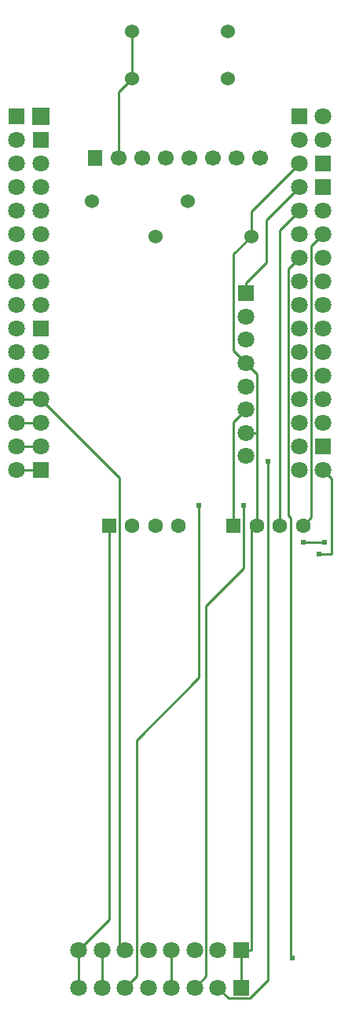
<source format=gtl>
G04 Layer: TopLayer*
G04 EasyEDA v6.5.29, 2023-07-13 21:57:20*
G04 7a6f2c3726ca49e2bb2d1c28c44730f7,526de7724db94d99884824a7b7aad82a,10*
G04 Gerber Generator version 0.2*
G04 Scale: 100 percent, Rotated: No, Reflected: No *
G04 Dimensions in millimeters *
G04 leading zeros omitted , absolute positions ,4 integer and 5 decimal *
%FSLAX45Y45*%
%MOMM*%

%AMMACRO1*21,1,$1,$2,0,0,$3*%
%ADD10C,0.2540*%
%ADD11MACRO1,1.8X1.8X-90.0000*%
%ADD12R,1.8000X1.8000*%
%ADD13C,1.8000*%
%ADD14C,1.5240*%
%ADD15C,1.7000*%
%ADD16R,1.5748X1.7000*%
%ADD17R,1.7000X1.8000*%
%ADD18R,1.8000X1.7000*%
%ADD19C,1.6000*%
%ADD20R,1.6000X1.6000*%
%ADD21C,0.6100*%
%ADD22C,0.6096*%

%LPD*%
D10*
X4140200Y7556500D02*
G01*
X4279900Y7556500D01*
X4279900Y8367776D01*
X4187952Y8459724D01*
X4203700Y7683500D02*
G01*
X3975100Y7683500D01*
X3928872Y10745724D02*
G01*
X3810254Y10627105D01*
X3810254Y7969758D01*
X3835400Y7944612D01*
X3835400Y3204718D01*
X3856227Y3204718D01*
X881788Y9221777D02*
G01*
X1140995Y9221777D01*
X1140995Y9221777D02*
G01*
X1988212Y8374560D01*
X1988212Y3351811D01*
X2050722Y3289302D01*
X881788Y8967777D02*
G01*
X1140995Y8967777D01*
X881788Y8459777D02*
G01*
X1140995Y8459777D01*
X1800710Y3289302D02*
G01*
X1800710Y2882902D01*
X2126592Y12674627D02*
G01*
X2126592Y13182627D01*
X1981202Y11823727D02*
G01*
X1981202Y12529238D01*
X2126592Y12674627D01*
X3352802Y9609914D02*
G01*
X3471141Y9491576D01*
X3471141Y8859903D01*
X3352802Y8859903D02*
G01*
X3471141Y8859903D01*
X3471141Y8859903D02*
G01*
X3471141Y7863359D01*
X3469083Y7861302D01*
X3300681Y2882902D02*
G01*
X3300681Y3289302D01*
X3413610Y3289302D02*
G01*
X3413610Y7805828D01*
X3469083Y7861302D01*
X3300681Y3289302D02*
G01*
X3413610Y3289302D01*
X3928798Y11761777D02*
G01*
X3410612Y11243591D01*
X3410612Y10972802D01*
X3410612Y10972802D02*
G01*
X3220900Y10783089D01*
X3220900Y9741816D01*
X3352802Y9609914D01*
X3219122Y7861302D02*
G01*
X3219122Y8976235D01*
X3352802Y9109915D01*
X1550723Y2882902D02*
G01*
X1550723Y3289302D01*
X1550723Y3289302D02*
G01*
X1877621Y3616200D01*
X1877621Y7861302D01*
X3352802Y10472803D02*
G01*
X3574112Y10694113D01*
X3574112Y11153091D01*
X3928798Y11507777D01*
X3352802Y10359900D02*
G01*
X3352802Y10472803D01*
X881788Y8713777D02*
G01*
X1140995Y8713777D01*
X3719121Y7861302D02*
G01*
X3719121Y11044100D01*
X3928798Y11253777D01*
X3969108Y7861302D02*
G01*
X4058414Y7950608D01*
X4058414Y10870186D01*
X4188005Y10999777D01*
X2550721Y3289302D02*
G01*
X2550721Y2882902D01*
X2050722Y2882902D02*
G01*
X2175715Y3007895D01*
X2175715Y5549648D01*
X2847317Y6221249D01*
X2847317Y8079132D01*
X3050720Y2882902D02*
G01*
X3168804Y2764817D01*
X3397328Y2764817D01*
X3594102Y2961591D01*
X3594102Y8551852D01*
X2800708Y2882902D02*
G01*
X2925726Y3007921D01*
X2925726Y6997473D01*
X3329713Y7401460D01*
X3329713Y8078726D01*
D11*
G01*
X1140993Y12269774D03*
D12*
G01*
X1140993Y12015774D03*
D13*
G01*
X1140993Y11761774D03*
G01*
X1140993Y11507774D03*
G01*
X1140993Y11253774D03*
G01*
X1140993Y10999774D03*
G01*
X1140993Y10745774D03*
G01*
X1140993Y10491774D03*
G01*
X1140993Y10237774D03*
D12*
G01*
X1140993Y9983774D03*
D13*
G01*
X1140993Y9729774D03*
G01*
X1140993Y9475774D03*
G01*
X1140993Y9221774D03*
G01*
X1140993Y8967774D03*
G01*
X1140993Y8713774D03*
D12*
G01*
X1140993Y8459774D03*
D13*
G01*
X4188002Y12269774D03*
G01*
X4188002Y12015774D03*
D12*
G01*
X4188002Y11761774D03*
G01*
X4188002Y11507774D03*
D13*
G01*
X4188002Y11253774D03*
G01*
X4188002Y10999774D03*
G01*
X4188002Y10745774D03*
G01*
X4188002Y10491774D03*
G01*
X4188002Y10237774D03*
G01*
X4188002Y9983774D03*
G01*
X4188002Y9729774D03*
G01*
X4188002Y9475774D03*
G01*
X4188002Y9221774D03*
G01*
X4188002Y8967774D03*
D12*
G01*
X4188002Y8713774D03*
D13*
G01*
X4188002Y8459774D03*
D14*
G01*
X2724810Y11353800D03*
G01*
X1694789Y11353800D03*
D15*
G01*
X3505200Y11823725D03*
G01*
X3251200Y11823725D03*
G01*
X2997200Y11823725D03*
G01*
X2743200Y11823725D03*
G01*
X2489200Y11823725D03*
G01*
X2235200Y11823725D03*
G01*
X1981200Y11823725D03*
D16*
G01*
X1727200Y11823725D03*
D14*
G01*
X3410610Y10972800D03*
G01*
X2380589Y10972800D03*
G01*
X3156610Y13182625D03*
G01*
X2126589Y13182625D03*
G01*
X2126589Y12674625D03*
G01*
X3156610Y12674625D03*
D12*
G01*
X881786Y12269774D03*
D13*
G01*
X881786Y12015774D03*
G01*
X881786Y11761774D03*
G01*
X881786Y11507774D03*
G01*
X881786Y11253774D03*
G01*
X881786Y10999774D03*
G01*
X881786Y10745774D03*
G01*
X881786Y10491774D03*
G01*
X881786Y10237774D03*
G01*
X881786Y9983774D03*
G01*
X881786Y9729774D03*
G01*
X881786Y9475774D03*
G01*
X881786Y9221774D03*
G01*
X881786Y8967774D03*
G01*
X881786Y8713774D03*
G01*
X881786Y8459774D03*
D12*
G01*
X3928795Y12269774D03*
D13*
G01*
X3928795Y12015774D03*
G01*
X3928795Y11761774D03*
G01*
X3928795Y11507774D03*
G01*
X3928795Y11253774D03*
G01*
X3928795Y10999774D03*
G01*
X3928795Y10745774D03*
G01*
X3928795Y10491774D03*
G01*
X3928795Y10237774D03*
G01*
X3928795Y9983774D03*
G01*
X3928795Y9729774D03*
G01*
X3928795Y9475774D03*
G01*
X3928795Y9221774D03*
G01*
X3928795Y8967774D03*
G01*
X3928795Y8713774D03*
G01*
X3928795Y8459774D03*
D17*
G01*
X3300679Y2882900D03*
D13*
G01*
X3050717Y2882900D03*
G01*
X2800705Y2882900D03*
G01*
X2550718Y2882900D03*
G01*
X2300681Y2882900D03*
G01*
X2050719Y2882900D03*
G01*
X1800707Y2882900D03*
G01*
X1550720Y2882900D03*
D17*
G01*
X3300679Y3289300D03*
D13*
G01*
X3050717Y3289300D03*
G01*
X2800705Y3289300D03*
G01*
X2550718Y3289300D03*
G01*
X2300681Y3289300D03*
G01*
X2050719Y3289300D03*
G01*
X1800707Y3289300D03*
G01*
X1550720Y3289300D03*
D18*
G01*
X3352800Y10359897D03*
D13*
G01*
X3352800Y10109911D03*
G01*
X3352800Y9859899D03*
G01*
X3352800Y9609912D03*
G01*
X3352800Y9359900D03*
G01*
X3352800Y9109913D03*
G01*
X3352800Y8859901D03*
G01*
X3352800Y8609914D03*
D19*
G01*
X2377617Y7861300D03*
G01*
X2627604Y7861300D03*
D20*
G01*
X1877618Y7861300D03*
D19*
G01*
X2127605Y7861300D03*
G01*
X3719118Y7861300D03*
G01*
X3969105Y7861300D03*
D20*
G01*
X3219119Y7861300D03*
D19*
G01*
X3469081Y7861300D03*
D21*
G01*
X3329713Y8078726D03*
G01*
X3594102Y8551852D03*
G01*
X2847317Y8079132D03*
G01*
X3856230Y3204771D03*
D22*
G01*
X4203700Y7683500D03*
G01*
X3975100Y7683500D03*
G01*
X4140200Y7556500D03*
M02*

</source>
